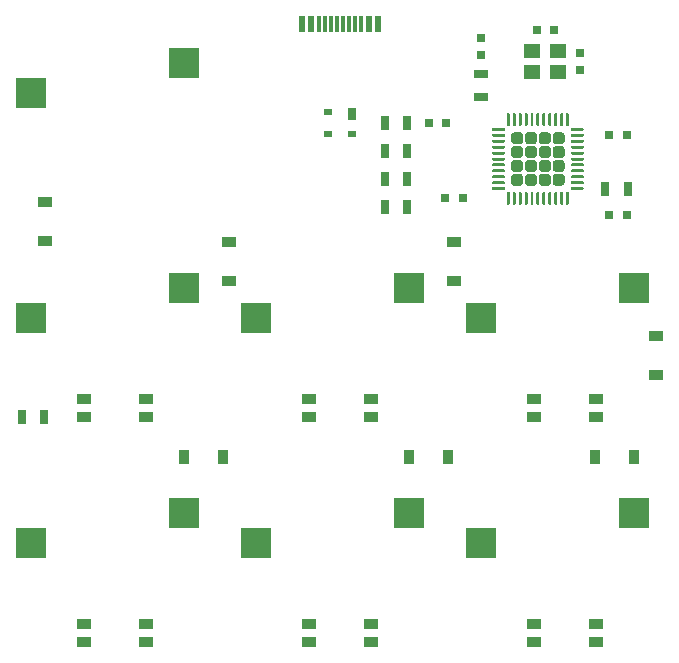
<source format=gbr>
G04 #@! TF.GenerationSoftware,KiCad,Pcbnew,(5.1.10)-1*
G04 #@! TF.CreationDate,2022-02-10T23:06:31+07:00*
G04 #@! TF.ProjectId,Satxri6key,53617478-7269-4366-9b65-792e6b696361,rev?*
G04 #@! TF.SameCoordinates,Original*
G04 #@! TF.FileFunction,Paste,Bot*
G04 #@! TF.FilePolarity,Positive*
%FSLAX45Y45*%
G04 Gerber Fmt 4.5, Leading zero omitted, Abs format (unit mm)*
G04 Created by KiCad (PCBNEW (5.1.10)-1) date 2022-02-10 23:06:31*
%MOMM*%
%LPD*%
G01*
G04 APERTURE LIST*
%ADD10R,2.550000X2.500000*%
%ADD11R,1.200000X0.900000*%
%ADD12R,0.700000X1.300000*%
%ADD13R,1.190000X0.900000*%
%ADD14R,1.400000X1.200000*%
%ADD15R,0.300000X1.450000*%
%ADD16R,0.600000X1.450000*%
%ADD17R,0.700000X1.000000*%
%ADD18R,0.700000X0.600000*%
%ADD19R,1.300000X0.700000*%
%ADD20R,0.900000X1.200000*%
%ADD21R,0.750000X0.800000*%
%ADD22R,0.800000X0.750000*%
G04 APERTURE END LIST*
D10*
X25349304Y-9017040D03*
X24056604Y-9271040D03*
D11*
X24169789Y-10523481D03*
X24169789Y-10193481D03*
D12*
X24167850Y-12014200D03*
X23977850Y-12014200D03*
D13*
X24505500Y-13768000D03*
X25024500Y-13918000D03*
X25024500Y-13768000D03*
X24505500Y-13918000D03*
X26410500Y-13768000D03*
X26929500Y-13918000D03*
X26929500Y-13768000D03*
X26410500Y-13918000D03*
X28315500Y-13918000D03*
X28834500Y-13768000D03*
X28834500Y-13918000D03*
X28315500Y-13768000D03*
D10*
X29159200Y-12827000D03*
X27866500Y-13081000D03*
X29159200Y-10922000D03*
X27866500Y-11176000D03*
X25961500Y-13081000D03*
X27254200Y-12827000D03*
X25961500Y-11176000D03*
X27254200Y-10922000D03*
X24056500Y-13081000D03*
X25349200Y-12827000D03*
X24056500Y-11176000D03*
X25349200Y-10922000D03*
D14*
X28519900Y-8919300D03*
X28299900Y-8919300D03*
X28299900Y-9089300D03*
X28519900Y-9089300D03*
D15*
X26645112Y-8687190D03*
X26695112Y-8687190D03*
X26745112Y-8687190D03*
X26595112Y-8687190D03*
X26795112Y-8687190D03*
X26545112Y-8687190D03*
X26845112Y-8687190D03*
X26495112Y-8687190D03*
D16*
X26425112Y-8687190D03*
X26915112Y-8687190D03*
X26347612Y-8687190D03*
X26992612Y-8687190D03*
G36*
G01*
X28119801Y-10031399D02*
X28119801Y-9980701D01*
G75*
G02*
X28144801Y-9955701I25000J0D01*
G01*
X28195499Y-9955701D01*
G75*
G02*
X28220499Y-9980701I0J-25000D01*
G01*
X28220499Y-10031399D01*
G75*
G02*
X28195499Y-10056399I-25000J0D01*
G01*
X28144801Y-10056399D01*
G75*
G02*
X28119801Y-10031399I0J25000D01*
G01*
G37*
G36*
G01*
X28119801Y-9913899D02*
X28119801Y-9863201D01*
G75*
G02*
X28144801Y-9838201I25000J0D01*
G01*
X28195499Y-9838201D01*
G75*
G02*
X28220499Y-9863201I0J-25000D01*
G01*
X28220499Y-9913899D01*
G75*
G02*
X28195499Y-9938899I-25000J0D01*
G01*
X28144801Y-9938899D01*
G75*
G02*
X28119801Y-9913899I0J25000D01*
G01*
G37*
G36*
G01*
X28119801Y-9796399D02*
X28119801Y-9745701D01*
G75*
G02*
X28144801Y-9720701I25000J0D01*
G01*
X28195499Y-9720701D01*
G75*
G02*
X28220499Y-9745701I0J-25000D01*
G01*
X28220499Y-9796399D01*
G75*
G02*
X28195499Y-9821399I-25000J0D01*
G01*
X28144801Y-9821399D01*
G75*
G02*
X28119801Y-9796399I0J25000D01*
G01*
G37*
G36*
G01*
X28119801Y-9678899D02*
X28119801Y-9628201D01*
G75*
G02*
X28144801Y-9603201I25000J0D01*
G01*
X28195499Y-9603201D01*
G75*
G02*
X28220499Y-9628201I0J-25000D01*
G01*
X28220499Y-9678899D01*
G75*
G02*
X28195499Y-9703899I-25000J0D01*
G01*
X28144801Y-9703899D01*
G75*
G02*
X28119801Y-9678899I0J25000D01*
G01*
G37*
G36*
G01*
X28237301Y-10031399D02*
X28237301Y-9980701D01*
G75*
G02*
X28262301Y-9955701I25000J0D01*
G01*
X28312999Y-9955701D01*
G75*
G02*
X28337999Y-9980701I0J-25000D01*
G01*
X28337999Y-10031399D01*
G75*
G02*
X28312999Y-10056399I-25000J0D01*
G01*
X28262301Y-10056399D01*
G75*
G02*
X28237301Y-10031399I0J25000D01*
G01*
G37*
G36*
G01*
X28237301Y-9913899D02*
X28237301Y-9863201D01*
G75*
G02*
X28262301Y-9838201I25000J0D01*
G01*
X28312999Y-9838201D01*
G75*
G02*
X28337999Y-9863201I0J-25000D01*
G01*
X28337999Y-9913899D01*
G75*
G02*
X28312999Y-9938899I-25000J0D01*
G01*
X28262301Y-9938899D01*
G75*
G02*
X28237301Y-9913899I0J25000D01*
G01*
G37*
G36*
G01*
X28237301Y-9796399D02*
X28237301Y-9745701D01*
G75*
G02*
X28262301Y-9720701I25000J0D01*
G01*
X28312999Y-9720701D01*
G75*
G02*
X28337999Y-9745701I0J-25000D01*
G01*
X28337999Y-9796399D01*
G75*
G02*
X28312999Y-9821399I-25000J0D01*
G01*
X28262301Y-9821399D01*
G75*
G02*
X28237301Y-9796399I0J25000D01*
G01*
G37*
G36*
G01*
X28237301Y-9678899D02*
X28237301Y-9628201D01*
G75*
G02*
X28262301Y-9603201I25000J0D01*
G01*
X28312999Y-9603201D01*
G75*
G02*
X28337999Y-9628201I0J-25000D01*
G01*
X28337999Y-9678899D01*
G75*
G02*
X28312999Y-9703899I-25000J0D01*
G01*
X28262301Y-9703899D01*
G75*
G02*
X28237301Y-9678899I0J25000D01*
G01*
G37*
G36*
G01*
X28354801Y-10031399D02*
X28354801Y-9980701D01*
G75*
G02*
X28379801Y-9955701I25000J0D01*
G01*
X28430499Y-9955701D01*
G75*
G02*
X28455499Y-9980701I0J-25000D01*
G01*
X28455499Y-10031399D01*
G75*
G02*
X28430499Y-10056399I-25000J0D01*
G01*
X28379801Y-10056399D01*
G75*
G02*
X28354801Y-10031399I0J25000D01*
G01*
G37*
G36*
G01*
X28354801Y-9913899D02*
X28354801Y-9863201D01*
G75*
G02*
X28379801Y-9838201I25000J0D01*
G01*
X28430499Y-9838201D01*
G75*
G02*
X28455499Y-9863201I0J-25000D01*
G01*
X28455499Y-9913899D01*
G75*
G02*
X28430499Y-9938899I-25000J0D01*
G01*
X28379801Y-9938899D01*
G75*
G02*
X28354801Y-9913899I0J25000D01*
G01*
G37*
G36*
G01*
X28354801Y-9796399D02*
X28354801Y-9745701D01*
G75*
G02*
X28379801Y-9720701I25000J0D01*
G01*
X28430499Y-9720701D01*
G75*
G02*
X28455499Y-9745701I0J-25000D01*
G01*
X28455499Y-9796399D01*
G75*
G02*
X28430499Y-9821399I-25000J0D01*
G01*
X28379801Y-9821399D01*
G75*
G02*
X28354801Y-9796399I0J25000D01*
G01*
G37*
G36*
G01*
X28354801Y-9678899D02*
X28354801Y-9628201D01*
G75*
G02*
X28379801Y-9603201I25000J0D01*
G01*
X28430499Y-9603201D01*
G75*
G02*
X28455499Y-9628201I0J-25000D01*
G01*
X28455499Y-9678899D01*
G75*
G02*
X28430499Y-9703899I-25000J0D01*
G01*
X28379801Y-9703899D01*
G75*
G02*
X28354801Y-9678899I0J25000D01*
G01*
G37*
G36*
G01*
X28472301Y-10031399D02*
X28472301Y-9980701D01*
G75*
G02*
X28497301Y-9955701I25000J0D01*
G01*
X28547999Y-9955701D01*
G75*
G02*
X28572999Y-9980701I0J-25000D01*
G01*
X28572999Y-10031399D01*
G75*
G02*
X28547999Y-10056399I-25000J0D01*
G01*
X28497301Y-10056399D01*
G75*
G02*
X28472301Y-10031399I0J25000D01*
G01*
G37*
G36*
G01*
X28472301Y-9913899D02*
X28472301Y-9863201D01*
G75*
G02*
X28497301Y-9838201I25000J0D01*
G01*
X28547999Y-9838201D01*
G75*
G02*
X28572999Y-9863201I0J-25000D01*
G01*
X28572999Y-9913899D01*
G75*
G02*
X28547999Y-9938899I-25000J0D01*
G01*
X28497301Y-9938899D01*
G75*
G02*
X28472301Y-9913899I0J25000D01*
G01*
G37*
G36*
G01*
X28472301Y-9796399D02*
X28472301Y-9745701D01*
G75*
G02*
X28497301Y-9720701I25000J0D01*
G01*
X28547999Y-9720701D01*
G75*
G02*
X28572999Y-9745701I0J-25000D01*
G01*
X28572999Y-9796399D01*
G75*
G02*
X28547999Y-9821399I-25000J0D01*
G01*
X28497301Y-9821399D01*
G75*
G02*
X28472301Y-9796399I0J25000D01*
G01*
G37*
G36*
G01*
X28472301Y-9678899D02*
X28472301Y-9628201D01*
G75*
G02*
X28497301Y-9603201I25000J0D01*
G01*
X28547999Y-9603201D01*
G75*
G02*
X28572999Y-9628201I0J-25000D01*
G01*
X28572999Y-9678899D01*
G75*
G02*
X28547999Y-9703899I-25000J0D01*
G01*
X28497301Y-9703899D01*
G75*
G02*
X28472301Y-9678899I0J25000D01*
G01*
G37*
G36*
G01*
X27958900Y-10086050D02*
X27958900Y-10073550D01*
G75*
G02*
X27965150Y-10067300I6250J0D01*
G01*
X28060150Y-10067300D01*
G75*
G02*
X28066400Y-10073550I0J-6250D01*
G01*
X28066400Y-10086050D01*
G75*
G02*
X28060150Y-10092300I-6250J0D01*
G01*
X27965150Y-10092300D01*
G75*
G02*
X27958900Y-10086050I0J6250D01*
G01*
G37*
G36*
G01*
X27958900Y-10036050D02*
X27958900Y-10023550D01*
G75*
G02*
X27965150Y-10017300I6250J0D01*
G01*
X28060150Y-10017300D01*
G75*
G02*
X28066400Y-10023550I0J-6250D01*
G01*
X28066400Y-10036050D01*
G75*
G02*
X28060150Y-10042300I-6250J0D01*
G01*
X27965150Y-10042300D01*
G75*
G02*
X27958900Y-10036050I0J6250D01*
G01*
G37*
G36*
G01*
X27958900Y-9986050D02*
X27958900Y-9973550D01*
G75*
G02*
X27965150Y-9967300I6250J0D01*
G01*
X28060150Y-9967300D01*
G75*
G02*
X28066400Y-9973550I0J-6250D01*
G01*
X28066400Y-9986050D01*
G75*
G02*
X28060150Y-9992300I-6250J0D01*
G01*
X27965150Y-9992300D01*
G75*
G02*
X27958900Y-9986050I0J6250D01*
G01*
G37*
G36*
G01*
X27958900Y-9936050D02*
X27958900Y-9923550D01*
G75*
G02*
X27965150Y-9917300I6250J0D01*
G01*
X28060150Y-9917300D01*
G75*
G02*
X28066400Y-9923550I0J-6250D01*
G01*
X28066400Y-9936050D01*
G75*
G02*
X28060150Y-9942300I-6250J0D01*
G01*
X27965150Y-9942300D01*
G75*
G02*
X27958900Y-9936050I0J6250D01*
G01*
G37*
G36*
G01*
X27958900Y-9886050D02*
X27958900Y-9873550D01*
G75*
G02*
X27965150Y-9867300I6250J0D01*
G01*
X28060150Y-9867300D01*
G75*
G02*
X28066400Y-9873550I0J-6250D01*
G01*
X28066400Y-9886050D01*
G75*
G02*
X28060150Y-9892300I-6250J0D01*
G01*
X27965150Y-9892300D01*
G75*
G02*
X27958900Y-9886050I0J6250D01*
G01*
G37*
G36*
G01*
X27958900Y-9836050D02*
X27958900Y-9823550D01*
G75*
G02*
X27965150Y-9817300I6250J0D01*
G01*
X28060150Y-9817300D01*
G75*
G02*
X28066400Y-9823550I0J-6250D01*
G01*
X28066400Y-9836050D01*
G75*
G02*
X28060150Y-9842300I-6250J0D01*
G01*
X27965150Y-9842300D01*
G75*
G02*
X27958900Y-9836050I0J6250D01*
G01*
G37*
G36*
G01*
X27958900Y-9786050D02*
X27958900Y-9773550D01*
G75*
G02*
X27965150Y-9767300I6250J0D01*
G01*
X28060150Y-9767300D01*
G75*
G02*
X28066400Y-9773550I0J-6250D01*
G01*
X28066400Y-9786050D01*
G75*
G02*
X28060150Y-9792300I-6250J0D01*
G01*
X27965150Y-9792300D01*
G75*
G02*
X27958900Y-9786050I0J6250D01*
G01*
G37*
G36*
G01*
X27958900Y-9736050D02*
X27958900Y-9723550D01*
G75*
G02*
X27965150Y-9717300I6250J0D01*
G01*
X28060150Y-9717300D01*
G75*
G02*
X28066400Y-9723550I0J-6250D01*
G01*
X28066400Y-9736050D01*
G75*
G02*
X28060150Y-9742300I-6250J0D01*
G01*
X27965150Y-9742300D01*
G75*
G02*
X27958900Y-9736050I0J6250D01*
G01*
G37*
G36*
G01*
X27958900Y-9686050D02*
X27958900Y-9673550D01*
G75*
G02*
X27965150Y-9667300I6250J0D01*
G01*
X28060150Y-9667300D01*
G75*
G02*
X28066400Y-9673550I0J-6250D01*
G01*
X28066400Y-9686050D01*
G75*
G02*
X28060150Y-9692300I-6250J0D01*
G01*
X27965150Y-9692300D01*
G75*
G02*
X27958900Y-9686050I0J6250D01*
G01*
G37*
G36*
G01*
X27958900Y-9636050D02*
X27958900Y-9623550D01*
G75*
G02*
X27965150Y-9617300I6250J0D01*
G01*
X28060150Y-9617300D01*
G75*
G02*
X28066400Y-9623550I0J-6250D01*
G01*
X28066400Y-9636050D01*
G75*
G02*
X28060150Y-9642300I-6250J0D01*
G01*
X27965150Y-9642300D01*
G75*
G02*
X27958900Y-9636050I0J6250D01*
G01*
G37*
G36*
G01*
X27958900Y-9586050D02*
X27958900Y-9573550D01*
G75*
G02*
X27965150Y-9567300I6250J0D01*
G01*
X28060150Y-9567300D01*
G75*
G02*
X28066400Y-9573550I0J-6250D01*
G01*
X28066400Y-9586050D01*
G75*
G02*
X28060150Y-9592300I-6250J0D01*
G01*
X27965150Y-9592300D01*
G75*
G02*
X27958900Y-9586050I0J6250D01*
G01*
G37*
G36*
G01*
X28083900Y-9543550D02*
X28083900Y-9448550D01*
G75*
G02*
X28090150Y-9442300I6250J0D01*
G01*
X28102650Y-9442300D01*
G75*
G02*
X28108900Y-9448550I0J-6250D01*
G01*
X28108900Y-9543550D01*
G75*
G02*
X28102650Y-9549800I-6250J0D01*
G01*
X28090150Y-9549800D01*
G75*
G02*
X28083900Y-9543550I0J6250D01*
G01*
G37*
G36*
G01*
X28133900Y-9543550D02*
X28133900Y-9448550D01*
G75*
G02*
X28140150Y-9442300I6250J0D01*
G01*
X28152650Y-9442300D01*
G75*
G02*
X28158900Y-9448550I0J-6250D01*
G01*
X28158900Y-9543550D01*
G75*
G02*
X28152650Y-9549800I-6250J0D01*
G01*
X28140150Y-9549800D01*
G75*
G02*
X28133900Y-9543550I0J6250D01*
G01*
G37*
G36*
G01*
X28183900Y-9543550D02*
X28183900Y-9448550D01*
G75*
G02*
X28190150Y-9442300I6250J0D01*
G01*
X28202650Y-9442300D01*
G75*
G02*
X28208900Y-9448550I0J-6250D01*
G01*
X28208900Y-9543550D01*
G75*
G02*
X28202650Y-9549800I-6250J0D01*
G01*
X28190150Y-9549800D01*
G75*
G02*
X28183900Y-9543550I0J6250D01*
G01*
G37*
G36*
G01*
X28233900Y-9543550D02*
X28233900Y-9448550D01*
G75*
G02*
X28240150Y-9442300I6250J0D01*
G01*
X28252650Y-9442300D01*
G75*
G02*
X28258900Y-9448550I0J-6250D01*
G01*
X28258900Y-9543550D01*
G75*
G02*
X28252650Y-9549800I-6250J0D01*
G01*
X28240150Y-9549800D01*
G75*
G02*
X28233900Y-9543550I0J6250D01*
G01*
G37*
G36*
G01*
X28283900Y-9543550D02*
X28283900Y-9448550D01*
G75*
G02*
X28290150Y-9442300I6250J0D01*
G01*
X28302650Y-9442300D01*
G75*
G02*
X28308900Y-9448550I0J-6250D01*
G01*
X28308900Y-9543550D01*
G75*
G02*
X28302650Y-9549800I-6250J0D01*
G01*
X28290150Y-9549800D01*
G75*
G02*
X28283900Y-9543550I0J6250D01*
G01*
G37*
G36*
G01*
X28333900Y-9543550D02*
X28333900Y-9448550D01*
G75*
G02*
X28340150Y-9442300I6250J0D01*
G01*
X28352650Y-9442300D01*
G75*
G02*
X28358900Y-9448550I0J-6250D01*
G01*
X28358900Y-9543550D01*
G75*
G02*
X28352650Y-9549800I-6250J0D01*
G01*
X28340150Y-9549800D01*
G75*
G02*
X28333900Y-9543550I0J6250D01*
G01*
G37*
G36*
G01*
X28383900Y-9543550D02*
X28383900Y-9448550D01*
G75*
G02*
X28390150Y-9442300I6250J0D01*
G01*
X28402650Y-9442300D01*
G75*
G02*
X28408900Y-9448550I0J-6250D01*
G01*
X28408900Y-9543550D01*
G75*
G02*
X28402650Y-9549800I-6250J0D01*
G01*
X28390150Y-9549800D01*
G75*
G02*
X28383900Y-9543550I0J6250D01*
G01*
G37*
G36*
G01*
X28433900Y-9543550D02*
X28433900Y-9448550D01*
G75*
G02*
X28440150Y-9442300I6250J0D01*
G01*
X28452650Y-9442300D01*
G75*
G02*
X28458900Y-9448550I0J-6250D01*
G01*
X28458900Y-9543550D01*
G75*
G02*
X28452650Y-9549800I-6250J0D01*
G01*
X28440150Y-9549800D01*
G75*
G02*
X28433900Y-9543550I0J6250D01*
G01*
G37*
G36*
G01*
X28483900Y-9543550D02*
X28483900Y-9448550D01*
G75*
G02*
X28490150Y-9442300I6250J0D01*
G01*
X28502650Y-9442300D01*
G75*
G02*
X28508900Y-9448550I0J-6250D01*
G01*
X28508900Y-9543550D01*
G75*
G02*
X28502650Y-9549800I-6250J0D01*
G01*
X28490150Y-9549800D01*
G75*
G02*
X28483900Y-9543550I0J6250D01*
G01*
G37*
G36*
G01*
X28533900Y-9543550D02*
X28533900Y-9448550D01*
G75*
G02*
X28540150Y-9442300I6250J0D01*
G01*
X28552650Y-9442300D01*
G75*
G02*
X28558900Y-9448550I0J-6250D01*
G01*
X28558900Y-9543550D01*
G75*
G02*
X28552650Y-9549800I-6250J0D01*
G01*
X28540150Y-9549800D01*
G75*
G02*
X28533900Y-9543550I0J6250D01*
G01*
G37*
G36*
G01*
X28583900Y-9543550D02*
X28583900Y-9448550D01*
G75*
G02*
X28590150Y-9442300I6250J0D01*
G01*
X28602650Y-9442300D01*
G75*
G02*
X28608900Y-9448550I0J-6250D01*
G01*
X28608900Y-9543550D01*
G75*
G02*
X28602650Y-9549800I-6250J0D01*
G01*
X28590150Y-9549800D01*
G75*
G02*
X28583900Y-9543550I0J6250D01*
G01*
G37*
G36*
G01*
X28626400Y-9586050D02*
X28626400Y-9573550D01*
G75*
G02*
X28632650Y-9567300I6250J0D01*
G01*
X28727650Y-9567300D01*
G75*
G02*
X28733900Y-9573550I0J-6250D01*
G01*
X28733900Y-9586050D01*
G75*
G02*
X28727650Y-9592300I-6250J0D01*
G01*
X28632650Y-9592300D01*
G75*
G02*
X28626400Y-9586050I0J6250D01*
G01*
G37*
G36*
G01*
X28626400Y-9636050D02*
X28626400Y-9623550D01*
G75*
G02*
X28632650Y-9617300I6250J0D01*
G01*
X28727650Y-9617300D01*
G75*
G02*
X28733900Y-9623550I0J-6250D01*
G01*
X28733900Y-9636050D01*
G75*
G02*
X28727650Y-9642300I-6250J0D01*
G01*
X28632650Y-9642300D01*
G75*
G02*
X28626400Y-9636050I0J6250D01*
G01*
G37*
G36*
G01*
X28626400Y-9686050D02*
X28626400Y-9673550D01*
G75*
G02*
X28632650Y-9667300I6250J0D01*
G01*
X28727650Y-9667300D01*
G75*
G02*
X28733900Y-9673550I0J-6250D01*
G01*
X28733900Y-9686050D01*
G75*
G02*
X28727650Y-9692300I-6250J0D01*
G01*
X28632650Y-9692300D01*
G75*
G02*
X28626400Y-9686050I0J6250D01*
G01*
G37*
G36*
G01*
X28626400Y-9736050D02*
X28626400Y-9723550D01*
G75*
G02*
X28632650Y-9717300I6250J0D01*
G01*
X28727650Y-9717300D01*
G75*
G02*
X28733900Y-9723550I0J-6250D01*
G01*
X28733900Y-9736050D01*
G75*
G02*
X28727650Y-9742300I-6250J0D01*
G01*
X28632650Y-9742300D01*
G75*
G02*
X28626400Y-9736050I0J6250D01*
G01*
G37*
G36*
G01*
X28626400Y-9786050D02*
X28626400Y-9773550D01*
G75*
G02*
X28632650Y-9767300I6250J0D01*
G01*
X28727650Y-9767300D01*
G75*
G02*
X28733900Y-9773550I0J-6250D01*
G01*
X28733900Y-9786050D01*
G75*
G02*
X28727650Y-9792300I-6250J0D01*
G01*
X28632650Y-9792300D01*
G75*
G02*
X28626400Y-9786050I0J6250D01*
G01*
G37*
G36*
G01*
X28626400Y-9836050D02*
X28626400Y-9823550D01*
G75*
G02*
X28632650Y-9817300I6250J0D01*
G01*
X28727650Y-9817300D01*
G75*
G02*
X28733900Y-9823550I0J-6250D01*
G01*
X28733900Y-9836050D01*
G75*
G02*
X28727650Y-9842300I-6250J0D01*
G01*
X28632650Y-9842300D01*
G75*
G02*
X28626400Y-9836050I0J6250D01*
G01*
G37*
G36*
G01*
X28626400Y-9886050D02*
X28626400Y-9873550D01*
G75*
G02*
X28632650Y-9867300I6250J0D01*
G01*
X28727650Y-9867300D01*
G75*
G02*
X28733900Y-9873550I0J-6250D01*
G01*
X28733900Y-9886050D01*
G75*
G02*
X28727650Y-9892300I-6250J0D01*
G01*
X28632650Y-9892300D01*
G75*
G02*
X28626400Y-9886050I0J6250D01*
G01*
G37*
G36*
G01*
X28626400Y-9936050D02*
X28626400Y-9923550D01*
G75*
G02*
X28632650Y-9917300I6250J0D01*
G01*
X28727650Y-9917300D01*
G75*
G02*
X28733900Y-9923550I0J-6250D01*
G01*
X28733900Y-9936050D01*
G75*
G02*
X28727650Y-9942300I-6250J0D01*
G01*
X28632650Y-9942300D01*
G75*
G02*
X28626400Y-9936050I0J6250D01*
G01*
G37*
G36*
G01*
X28626400Y-9986050D02*
X28626400Y-9973550D01*
G75*
G02*
X28632650Y-9967300I6250J0D01*
G01*
X28727650Y-9967300D01*
G75*
G02*
X28733900Y-9973550I0J-6250D01*
G01*
X28733900Y-9986050D01*
G75*
G02*
X28727650Y-9992300I-6250J0D01*
G01*
X28632650Y-9992300D01*
G75*
G02*
X28626400Y-9986050I0J6250D01*
G01*
G37*
G36*
G01*
X28626400Y-10036050D02*
X28626400Y-10023550D01*
G75*
G02*
X28632650Y-10017300I6250J0D01*
G01*
X28727650Y-10017300D01*
G75*
G02*
X28733900Y-10023550I0J-6250D01*
G01*
X28733900Y-10036050D01*
G75*
G02*
X28727650Y-10042300I-6250J0D01*
G01*
X28632650Y-10042300D01*
G75*
G02*
X28626400Y-10036050I0J6250D01*
G01*
G37*
G36*
G01*
X28626400Y-10086050D02*
X28626400Y-10073550D01*
G75*
G02*
X28632650Y-10067300I6250J0D01*
G01*
X28727650Y-10067300D01*
G75*
G02*
X28733900Y-10073550I0J-6250D01*
G01*
X28733900Y-10086050D01*
G75*
G02*
X28727650Y-10092300I-6250J0D01*
G01*
X28632650Y-10092300D01*
G75*
G02*
X28626400Y-10086050I0J6250D01*
G01*
G37*
G36*
G01*
X28583900Y-10211050D02*
X28583900Y-10116050D01*
G75*
G02*
X28590150Y-10109800I6250J0D01*
G01*
X28602650Y-10109800D01*
G75*
G02*
X28608900Y-10116050I0J-6250D01*
G01*
X28608900Y-10211050D01*
G75*
G02*
X28602650Y-10217300I-6250J0D01*
G01*
X28590150Y-10217300D01*
G75*
G02*
X28583900Y-10211050I0J6250D01*
G01*
G37*
G36*
G01*
X28533900Y-10211050D02*
X28533900Y-10116050D01*
G75*
G02*
X28540150Y-10109800I6250J0D01*
G01*
X28552650Y-10109800D01*
G75*
G02*
X28558900Y-10116050I0J-6250D01*
G01*
X28558900Y-10211050D01*
G75*
G02*
X28552650Y-10217300I-6250J0D01*
G01*
X28540150Y-10217300D01*
G75*
G02*
X28533900Y-10211050I0J6250D01*
G01*
G37*
G36*
G01*
X28483900Y-10211050D02*
X28483900Y-10116050D01*
G75*
G02*
X28490150Y-10109800I6250J0D01*
G01*
X28502650Y-10109800D01*
G75*
G02*
X28508900Y-10116050I0J-6250D01*
G01*
X28508900Y-10211050D01*
G75*
G02*
X28502650Y-10217300I-6250J0D01*
G01*
X28490150Y-10217300D01*
G75*
G02*
X28483900Y-10211050I0J6250D01*
G01*
G37*
G36*
G01*
X28433900Y-10211050D02*
X28433900Y-10116050D01*
G75*
G02*
X28440150Y-10109800I6250J0D01*
G01*
X28452650Y-10109800D01*
G75*
G02*
X28458900Y-10116050I0J-6250D01*
G01*
X28458900Y-10211050D01*
G75*
G02*
X28452650Y-10217300I-6250J0D01*
G01*
X28440150Y-10217300D01*
G75*
G02*
X28433900Y-10211050I0J6250D01*
G01*
G37*
G36*
G01*
X28383900Y-10211050D02*
X28383900Y-10116050D01*
G75*
G02*
X28390150Y-10109800I6250J0D01*
G01*
X28402650Y-10109800D01*
G75*
G02*
X28408900Y-10116050I0J-6250D01*
G01*
X28408900Y-10211050D01*
G75*
G02*
X28402650Y-10217300I-6250J0D01*
G01*
X28390150Y-10217300D01*
G75*
G02*
X28383900Y-10211050I0J6250D01*
G01*
G37*
G36*
G01*
X28333900Y-10211050D02*
X28333900Y-10116050D01*
G75*
G02*
X28340150Y-10109800I6250J0D01*
G01*
X28352650Y-10109800D01*
G75*
G02*
X28358900Y-10116050I0J-6250D01*
G01*
X28358900Y-10211050D01*
G75*
G02*
X28352650Y-10217300I-6250J0D01*
G01*
X28340150Y-10217300D01*
G75*
G02*
X28333900Y-10211050I0J6250D01*
G01*
G37*
G36*
G01*
X28283900Y-10211050D02*
X28283900Y-10116050D01*
G75*
G02*
X28290150Y-10109800I6250J0D01*
G01*
X28302650Y-10109800D01*
G75*
G02*
X28308900Y-10116050I0J-6250D01*
G01*
X28308900Y-10211050D01*
G75*
G02*
X28302650Y-10217300I-6250J0D01*
G01*
X28290150Y-10217300D01*
G75*
G02*
X28283900Y-10211050I0J6250D01*
G01*
G37*
G36*
G01*
X28233900Y-10211050D02*
X28233900Y-10116050D01*
G75*
G02*
X28240150Y-10109800I6250J0D01*
G01*
X28252650Y-10109800D01*
G75*
G02*
X28258900Y-10116050I0J-6250D01*
G01*
X28258900Y-10211050D01*
G75*
G02*
X28252650Y-10217300I-6250J0D01*
G01*
X28240150Y-10217300D01*
G75*
G02*
X28233900Y-10211050I0J6250D01*
G01*
G37*
G36*
G01*
X28183900Y-10211050D02*
X28183900Y-10116050D01*
G75*
G02*
X28190150Y-10109800I6250J0D01*
G01*
X28202650Y-10109800D01*
G75*
G02*
X28208900Y-10116050I0J-6250D01*
G01*
X28208900Y-10211050D01*
G75*
G02*
X28202650Y-10217300I-6250J0D01*
G01*
X28190150Y-10217300D01*
G75*
G02*
X28183900Y-10211050I0J6250D01*
G01*
G37*
G36*
G01*
X28133900Y-10211050D02*
X28133900Y-10116050D01*
G75*
G02*
X28140150Y-10109800I6250J0D01*
G01*
X28152650Y-10109800D01*
G75*
G02*
X28158900Y-10116050I0J-6250D01*
G01*
X28158900Y-10211050D01*
G75*
G02*
X28152650Y-10217300I-6250J0D01*
G01*
X28140150Y-10217300D01*
G75*
G02*
X28133900Y-10211050I0J6250D01*
G01*
G37*
G36*
G01*
X28083900Y-10211050D02*
X28083900Y-10116050D01*
G75*
G02*
X28090150Y-10109800I6250J0D01*
G01*
X28102650Y-10109800D01*
G75*
G02*
X28108900Y-10116050I0J-6250D01*
G01*
X28108900Y-10211050D01*
G75*
G02*
X28102650Y-10217300I-6250J0D01*
G01*
X28090150Y-10217300D01*
G75*
G02*
X28083900Y-10211050I0J6250D01*
G01*
G37*
D17*
X26770000Y-9450000D03*
D18*
X26570000Y-9430000D03*
X26770000Y-9620000D03*
X26570000Y-9620000D03*
D13*
X28315500Y-11863000D03*
X28834500Y-12013000D03*
X28834500Y-11863000D03*
X28315500Y-12013000D03*
X26410500Y-11863000D03*
X26929500Y-12013000D03*
X26929500Y-11863000D03*
X26410500Y-12013000D03*
X24505500Y-11863000D03*
X25024500Y-12013000D03*
X25024500Y-11863000D03*
X24505500Y-12013000D03*
D12*
X29105000Y-10083800D03*
X28915000Y-10083800D03*
D19*
X27863800Y-9112500D03*
X27863800Y-9302500D03*
D12*
X27051250Y-10001250D03*
X27241250Y-10001250D03*
X27241250Y-9763125D03*
X27051250Y-9763125D03*
X27241250Y-9525000D03*
X27051250Y-9525000D03*
X27241250Y-10239375D03*
X27051250Y-10239375D03*
D20*
X28826840Y-12349480D03*
X29156840Y-12349480D03*
D11*
X29349029Y-11654579D03*
X29349029Y-11324579D03*
D20*
X27586840Y-12349480D03*
X27256840Y-12349480D03*
D11*
X27635200Y-10528400D03*
X27635200Y-10858400D03*
D20*
X25681840Y-12349480D03*
X25351840Y-12349480D03*
D11*
X25730200Y-10528400D03*
X25730200Y-10858400D03*
D21*
X27863800Y-8952300D03*
X27863800Y-8802300D03*
D22*
X27420500Y-9525000D03*
X27570500Y-9525000D03*
X28947700Y-10299700D03*
X29097700Y-10299700D03*
X28947700Y-9626600D03*
X29097700Y-9626600D03*
X28334900Y-8737600D03*
X28484900Y-8737600D03*
D21*
X28702000Y-8929300D03*
X28702000Y-9079300D03*
D22*
X27710200Y-10160000D03*
X27560200Y-10160000D03*
M02*

</source>
